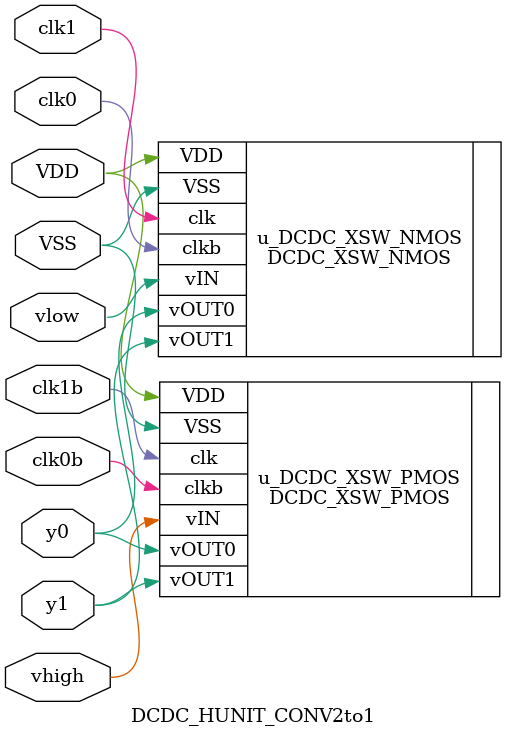
<source format=v>
module DCDC_HUNIT_CONV2to1 (
    inout    VDD,
    inout    VSS,
    inout    vhigh,
    inout    vlow,
    inout    y0,
    inout    y1,

    input    clk0,
    input    clk0b,
    input    clk1,
    input    clk1b
);

    DCDC_XSW_PMOS u_DCDC_XSW_PMOS (
        .VDD(VDD),
        .VSS(VSS),
        .vIN(vhigh),
        .vOUT0(y0),
        .vOUT1(y1),
        .clk(clk1b),
        .clkb(clk0b)
    );

    DCDC_XSW_NMOS u_DCDC_XSW_NMOS (
        .VDD(VDD),
        .VSS(VSS),
        .vIN(vlow),
        .vOUT0(y0),
        .vOUT1(y1),
        .clk(clk1),
        .clkb(clk0)
    );

endmodule
</source>
